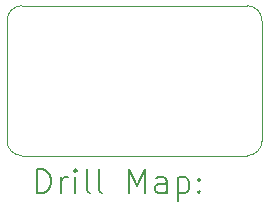
<source format=gbr>
%TF.GenerationSoftware,KiCad,Pcbnew,7.0.9*%
%TF.CreationDate,2024-01-09T19:27:16+00:00*%
%TF.ProjectId,OPA990 Breakout,4f504139-3930-4204-9272-65616b6f7574,V24.01.0.1*%
%TF.SameCoordinates,PX8c7ecc0PY5c0c740*%
%TF.FileFunction,Drillmap*%
%TF.FilePolarity,Positive*%
%FSLAX45Y45*%
G04 Gerber Fmt 4.5, Leading zero omitted, Abs format (unit mm)*
G04 Created by KiCad (PCBNEW 7.0.9) date 2024-01-09 19:27:16*
%MOMM*%
%LPD*%
G01*
G04 APERTURE LIST*
%ADD10C,0.100000*%
%ADD11C,0.200000*%
G04 APERTURE END LIST*
D10*
X1079500Y635000D02*
X-825500Y635000D01*
X-952500Y508000D02*
X-952500Y-508000D01*
X1079500Y-635000D02*
G75*
G03*
X1206500Y-508000I0J127000D01*
G01*
X1206500Y508000D02*
G75*
G03*
X1079500Y635000I-127000J0D01*
G01*
X-952500Y-508000D02*
G75*
G03*
X-825500Y-635000I127000J0D01*
G01*
X1206500Y508000D02*
X1206500Y-508000D01*
X1079500Y-635000D02*
X-825500Y-635000D01*
X-825500Y635000D02*
G75*
G03*
X-952500Y508000I0J-127000D01*
G01*
D11*
X-696723Y-951484D02*
X-696723Y-751484D01*
X-696723Y-751484D02*
X-649104Y-751484D01*
X-649104Y-751484D02*
X-620533Y-761008D01*
X-620533Y-761008D02*
X-601485Y-780055D01*
X-601485Y-780055D02*
X-591961Y-799103D01*
X-591961Y-799103D02*
X-582438Y-837198D01*
X-582438Y-837198D02*
X-582438Y-865769D01*
X-582438Y-865769D02*
X-591961Y-903865D01*
X-591961Y-903865D02*
X-601485Y-922912D01*
X-601485Y-922912D02*
X-620533Y-941960D01*
X-620533Y-941960D02*
X-649104Y-951484D01*
X-649104Y-951484D02*
X-696723Y-951484D01*
X-496723Y-951484D02*
X-496723Y-818150D01*
X-496723Y-856246D02*
X-487199Y-837198D01*
X-487199Y-837198D02*
X-477676Y-827674D01*
X-477676Y-827674D02*
X-458628Y-818150D01*
X-458628Y-818150D02*
X-439580Y-818150D01*
X-372914Y-951484D02*
X-372914Y-818150D01*
X-372914Y-751484D02*
X-382437Y-761008D01*
X-382437Y-761008D02*
X-372914Y-770531D01*
X-372914Y-770531D02*
X-363390Y-761008D01*
X-363390Y-761008D02*
X-372914Y-751484D01*
X-372914Y-751484D02*
X-372914Y-770531D01*
X-249104Y-951484D02*
X-268152Y-941960D01*
X-268152Y-941960D02*
X-277676Y-922912D01*
X-277676Y-922912D02*
X-277676Y-751484D01*
X-144342Y-951484D02*
X-163390Y-941960D01*
X-163390Y-941960D02*
X-172914Y-922912D01*
X-172914Y-922912D02*
X-172914Y-751484D01*
X84229Y-951484D02*
X84229Y-751484D01*
X84229Y-751484D02*
X150896Y-894341D01*
X150896Y-894341D02*
X217562Y-751484D01*
X217562Y-751484D02*
X217562Y-951484D01*
X398515Y-951484D02*
X398515Y-846722D01*
X398515Y-846722D02*
X388991Y-827674D01*
X388991Y-827674D02*
X369943Y-818150D01*
X369943Y-818150D02*
X331848Y-818150D01*
X331848Y-818150D02*
X312801Y-827674D01*
X398515Y-941960D02*
X379467Y-951484D01*
X379467Y-951484D02*
X331848Y-951484D01*
X331848Y-951484D02*
X312801Y-941960D01*
X312801Y-941960D02*
X303277Y-922912D01*
X303277Y-922912D02*
X303277Y-903865D01*
X303277Y-903865D02*
X312801Y-884817D01*
X312801Y-884817D02*
X331848Y-875293D01*
X331848Y-875293D02*
X379467Y-875293D01*
X379467Y-875293D02*
X398515Y-865769D01*
X493753Y-818150D02*
X493753Y-1018150D01*
X493753Y-827674D02*
X512801Y-818150D01*
X512801Y-818150D02*
X550896Y-818150D01*
X550896Y-818150D02*
X569944Y-827674D01*
X569944Y-827674D02*
X579467Y-837198D01*
X579467Y-837198D02*
X588991Y-856246D01*
X588991Y-856246D02*
X588991Y-913388D01*
X588991Y-913388D02*
X579467Y-932436D01*
X579467Y-932436D02*
X569944Y-941960D01*
X569944Y-941960D02*
X550896Y-951484D01*
X550896Y-951484D02*
X512801Y-951484D01*
X512801Y-951484D02*
X493753Y-941960D01*
X674705Y-932436D02*
X684229Y-941960D01*
X684229Y-941960D02*
X674705Y-951484D01*
X674705Y-951484D02*
X665182Y-941960D01*
X665182Y-941960D02*
X674705Y-932436D01*
X674705Y-932436D02*
X674705Y-951484D01*
X674705Y-827674D02*
X684229Y-837198D01*
X684229Y-837198D02*
X674705Y-846722D01*
X674705Y-846722D02*
X665182Y-837198D01*
X665182Y-837198D02*
X674705Y-827674D01*
X674705Y-827674D02*
X674705Y-846722D01*
M02*

</source>
